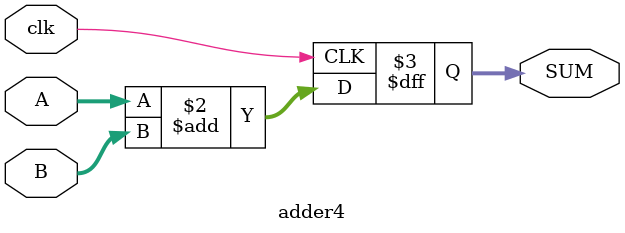
<source format=v>
module adder4 (clk, A, B, SUM);
input          clk;
input   [3:0]  A, B;
output  [4:0]  SUM;
reg 	[4:0]  SUM;
always @(posedge clk) begin
        SUM    	<= A + B;
end
endmodule
</source>
